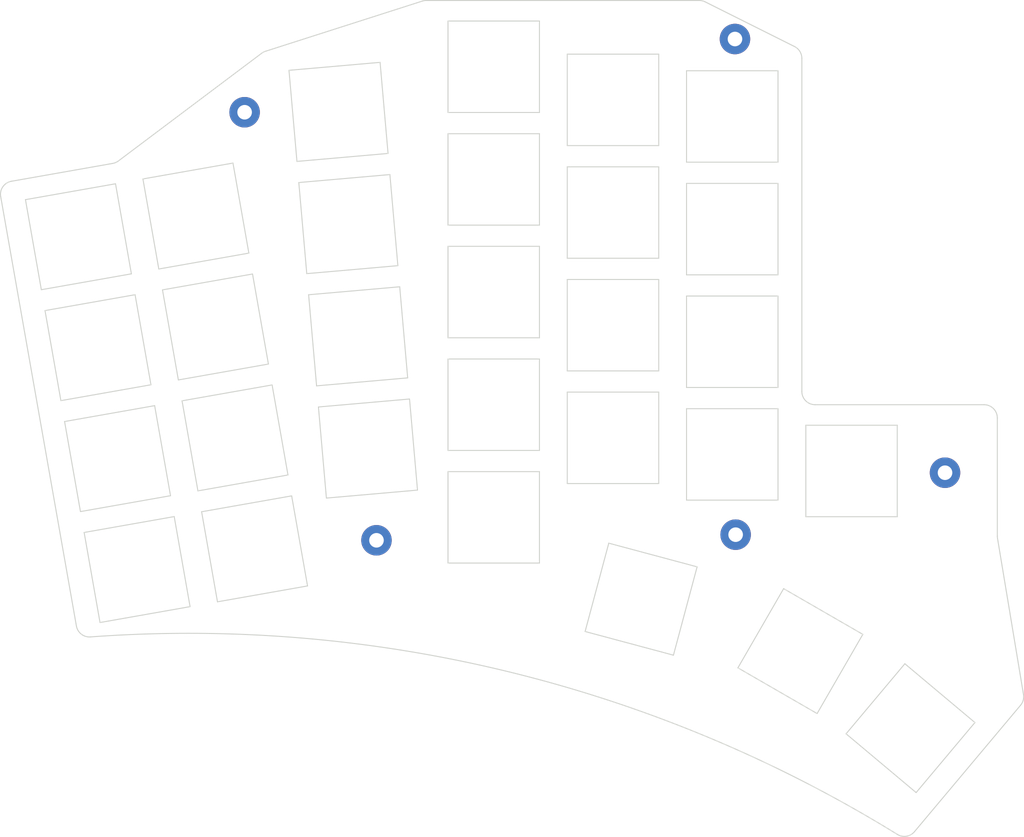
<source format=kicad_pcb>
(kicad_pcb (version 20240108) (generator "ergogen") (generator_version "4.1.0")
  (title_block (title "qapla_plate") (date "2024-08-27") (rev "v1.0.0") (company "Unknown"))
  (layers (0 "F.Cu" signal) (31 "B.Cu" signal) (34 "B.Paste" user) (35 "F.Paste" user) (36 "B.SilkS" user "B.Silkscreen") (37 "F.SilkS" user "F.Silkscreen") (38 "B.Mask" user) (39 "F.Mask" user) (44 "Edge.Cuts" user))
  (net 0 "")
  (footprint "ceoloide:mounting_hole_plated" (layer "F.Cu") (at 137.8 44.599999999999994 0)
    (property "Reference" "H1" hide)
    (pad "" thru_hole circle (at 0 0 0) (size 4.6 4.6) (drill 2.2) (layers "*.Cu" "*.Mask"))
  )
  (footprint "ceoloide:mounting_hole_plated" (layer "F.Cu") (at 157.7 109.2 0)
    (property "Reference" "H2" hide)
    (pad "" thru_hole circle (at 0 0 0) (size 4.6 4.6) (drill 2.2) (layers "*.Cu" "*.Mask"))
  )
  (footprint "ceoloide:mounting_hole_plated" (layer "F.Cu") (at 211.8 33.55 0)
    (property "Reference" "H3" hide)
    (pad "" thru_hole circle (at 0 0 0) (size 4.6 4.6) (drill 2.2) (layers "*.Cu" "*.Mask"))
  )
  (footprint "ceoloide:mounting_hole_plated" (layer "F.Cu") (at 211.9 108.35 0)
    (property "Reference" "H4" hide)
    (pad "" thru_hole circle (at 0 0 0) (size 4.6 4.6) (drill 2.2) (layers "*.Cu" "*.Mask"))
  )
  (footprint "ceoloide:mounting_hole_plated" (layer "F.Cu") (at 243.5 99 0)
    (property "Reference" "H5" hide)
    (pad "" thru_hole circle (at 0 0 0) (size 4.6 4.6) (drill 2.2) (layers "*.Cu" "*.Mask"))
  )
  (gr_line (start 112.41612146766047 122.13354750570238) (end 100.99025906060282 57.33426183375843) (layer Edge.Cuts) (stroke (width 0.15)))
  (gr_line (start 102.61257818071924 55.01734994784417) (end 117.89788248484034 52.32213838072413) (layer Edge.Cuts) (stroke (width 0.15)))
  (gr_line (start 118.75230871386798 51.95122949357528) (end 140.36891154594556 35.702370783414466) (layer Edge.Cuts) (stroke (width 0.15)))
  (gr_line (start 140.96104917761136 35.39623986096209) (end 164.59566408286838 27.832703361681126) (layer Edge.Cuts) (stroke (width 0.15)))
  (gr_line (start 165.2052490631292 27.7375409) (end 206.42089269436943 27.7375409) (layer Edge.Cuts) (stroke (width 0.15)))
  (gr_line (start 207.31531989436945 27.948686499999994) (end 220.7874559 34.68475459262952) (layer Edge.Cuts) (stroke (width 0.15)))
  (gr_line (start 221.8930287 36.47360899262951) (end 221.8930287 86.7375409) (layer Edge.Cuts) (stroke (width 0.15)))
  (gr_line (start 223.8930287 88.7375409) (end 249.3930287 88.7375409) (layer Edge.Cuts) (stroke (width 0.15)))
  (gr_line (start 251.3930287 90.7375409) (end 251.3930287 108.57235164136341) (layer Edge.Cuts) (stroke (width 0.15)))
  (gr_line (start 251.42013130000004 108.90049164136349) (end 255.34141913312294 132.47670792711529) (layer Edge.Cuts) (stroke (width 0.15)))
  (gr_line (start 254.9006105918054 134.09042317635573) (end 238.89097308266068 153.16996618545056) (layer Edge.Cuts) (stroke (width 0.15)))
  (gr_arc (start 236.30812170000002 153.5861248) (mid 177.7724239 129.0719543) (end 114.5317934 123.78091090000001) (layer Edge.Cuts) (stroke (width 0.15)))
  (gr_arc (start 102.6125781636182 55.017349950859426) (mid 101.3215704636182 55.83981265085943) (end 100.9902590636182 57.33426185085943) (layer Edge.Cuts) (stroke (width 0.15)))
  (gr_arc (start 117.89788250194135 52.322138377708754) (mid 118.34698950194135 52.18711867770875) (end 118.75230870194135 51.95122947770875) (layer Edge.Cuts) (stroke (width 0.15)))
  (gr_arc (start 140.9610491578722 35.39623979928097) (mid 140.6521365578722 35.52446199928097) (end 140.3689115578722 35.70237079928097) (layer Edge.Cuts) (stroke (width 0.15)))
  (gr_arc (start 165.2052490631292 27.737540899999992) (mid 164.89676496312921 27.761474699999994) (end 164.5956640631292 27.83270329999999) (layer Edge.Cuts) (stroke (width 0.15)))
  (gr_arc (start 207.31531989436942 27.9486865) (mid 206.88039849436942 27.7910429) (end 206.42089269436943 27.7375409) (layer Edge.Cuts) (stroke (width 0.15)))
  (gr_arc (start 221.8930287 36.47360899262951) (mid 221.5943303 35.422146792629505) (end 220.7874559 34.68475459262951) (layer Edge.Cuts) (stroke (width 0.15)))
  (gr_arc (start 221.8930287 86.7375409) (mid 222.4788151 88.1517545) (end 223.8930287 88.7375409) (layer Edge.Cuts) (stroke (width 0.15)))
  (gr_arc (start 251.3930287 90.7375409) (mid 250.8072423 89.3233273) (end 249.3930287 88.7375409) (layer Edge.Cuts) (stroke (width 0.15)))
  (gr_arc (start 251.3930287 108.57235164136341) (mid 251.3998159 108.7369803413634) (end 251.4201313 108.90049164136342) (layer Edge.Cuts) (stroke (width 0.15)))
  (gr_arc (start 254.90061063312294 134.09042322711537) (mid 255.29783553312294 133.33186652711535) (end 255.34141923312293 132.47670792711537) (layer Edge.Cuts) (stroke (width 0.15)))
  (gr_arc (start 236.3081217 153.5861248) (mid 237.6770285 153.8589249) (end 238.8909731 153.1699663) (layer Edge.Cuts) (stroke (width 0.15)))
  (gr_arc (start 112.4161216 122.13354749999999) (mid 113.1570006 123.36428989999999) (end 114.5317935 123.78091089999998) (layer Edge.Cuts) (stroke (width 0.15)))
  (gr_line (start 115.9789818 121.6079593) (end 129.5693288 119.2116145) (layer Edge.Cuts) (stroke (width 0.15)))
  (gr_line (start 129.5693288 119.2116145) (end 127.172984 105.6212675) (layer Edge.Cuts) (stroke (width 0.15)))
  (gr_line (start 127.172984 105.6212675) (end 113.58263699999999 108.0176123) (layer Edge.Cuts) (stroke (width 0.15)))
  (gr_line (start 113.58263699999999 108.0176123) (end 115.9789818 121.6079593) (layer Edge.Cuts) (stroke (width 0.15)))
  (gr_line (start 113.0269628 104.86622750000001) (end 126.6173098 102.4698827) (layer Edge.Cuts) (stroke (width 0.15)))
  (gr_line (start 126.6173098 102.4698827) (end 124.220965 88.8795357) (layer Edge.Cuts) (stroke (width 0.15)))
  (gr_line (start 124.220965 88.8795357) (end 110.630618 91.2758805) (layer Edge.Cuts) (stroke (width 0.15)))
  (gr_line (start 110.630618 91.2758805) (end 113.0269628 104.86622750000001) (layer Edge.Cuts) (stroke (width 0.15)))
  (gr_line (start 110.0749438 88.12449570000001) (end 123.6652908 85.7281509) (layer Edge.Cuts) (stroke (width 0.15)))
  (gr_line (start 123.6652908 85.7281509) (end 121.268946 72.13780390000001) (layer Edge.Cuts) (stroke (width 0.15)))
  (gr_line (start 121.268946 72.13780390000001) (end 107.67859899999999 74.5341487) (layer Edge.Cuts) (stroke (width 0.15)))
  (gr_line (start 107.67859899999999 74.5341487) (end 110.0749438 88.12449570000001) (layer Edge.Cuts) (stroke (width 0.15)))
  (gr_line (start 107.1229248 71.3827639) (end 120.7132718 68.98641909999999) (layer Edge.Cuts) (stroke (width 0.15)))
  (gr_line (start 120.7132718 68.98641909999999) (end 118.316927 55.3960721) (layer Edge.Cuts) (stroke (width 0.15)))
  (gr_line (start 118.316927 55.3960721) (end 104.72658 57.7924169) (layer Edge.Cuts) (stroke (width 0.15)))
  (gr_line (start 104.72658 57.7924169) (end 107.1229248 71.3827639) (layer Edge.Cuts) (stroke (width 0.15)))
  (gr_line (start 133.7055214 118.48229210000001) (end 147.29586840000002 116.0859473) (layer Edge.Cuts) (stroke (width 0.15)))
  (gr_line (start 147.29586840000002 116.0859473) (end 144.8995236 102.4956003) (layer Edge.Cuts) (stroke (width 0.15)))
  (gr_line (start 144.8995236 102.4956003) (end 131.3091766 104.8919451) (layer Edge.Cuts) (stroke (width 0.15)))
  (gr_line (start 131.3091766 104.8919451) (end 133.7055214 118.48229210000001) (layer Edge.Cuts) (stroke (width 0.15)))
  (gr_line (start 130.7535024 101.74056030000001) (end 144.3438494 99.3442155) (layer Edge.Cuts) (stroke (width 0.15)))
  (gr_line (start 144.3438494 99.3442155) (end 141.9475046 85.75386850000001) (layer Edge.Cuts) (stroke (width 0.15)))
  (gr_line (start 141.9475046 85.75386850000001) (end 128.3571576 88.1502133) (layer Edge.Cuts) (stroke (width 0.15)))
  (gr_line (start 128.3571576 88.1502133) (end 130.7535024 101.74056030000001) (layer Edge.Cuts) (stroke (width 0.15)))
  (gr_line (start 127.8014833 84.9988285) (end 141.39183029999998 82.6024837) (layer Edge.Cuts) (stroke (width 0.15)))
  (gr_line (start 141.39183029999998 82.6024837) (end 138.9954855 69.0121367) (layer Edge.Cuts) (stroke (width 0.15)))
  (gr_line (start 138.9954855 69.0121367) (end 125.40513849999999 71.4084815) (layer Edge.Cuts) (stroke (width 0.15)))
  (gr_line (start 125.40513849999999 71.4084815) (end 127.8014833 84.9988285) (layer Edge.Cuts) (stroke (width 0.15)))
  (gr_line (start 124.8494643 68.2570967) (end 138.43981129999997 65.8607519) (layer Edge.Cuts) (stroke (width 0.15)))
  (gr_line (start 138.43981129999997 65.8607519) (end 136.0434665 52.2704049) (layer Edge.Cuts) (stroke (width 0.15)))
  (gr_line (start 136.0434665 52.2704049) (end 122.45311949999999 54.666749700000004) (layer Edge.Cuts) (stroke (width 0.15)))
  (gr_line (start 122.45311949999999 54.666749700000004) (end 124.8494643 68.2570967) (layer Edge.Cuts) (stroke (width 0.15)))
  (gr_line (start 150.1432865 102.82712590000001) (end 163.89077329999998 101.62437670000001) (layer Edge.Cuts) (stroke (width 0.15)))
  (gr_line (start 163.89077329999998 101.62437670000001) (end 162.6880241 87.87688990000001) (layer Edge.Cuts) (stroke (width 0.15)))
  (gr_line (start 162.6880241 87.87688990000001) (end 148.9405373 89.07963910000001) (layer Edge.Cuts) (stroke (width 0.15)))
  (gr_line (start 148.9405373 89.07963910000001) (end 150.1432865 102.82712590000001) (layer Edge.Cuts) (stroke (width 0.15)))
  (gr_line (start 148.6616388 85.891816) (end 162.40912559999998 84.6890668) (layer Edge.Cuts) (stroke (width 0.15)))
  (gr_line (start 162.40912559999998 84.6890668) (end 161.2063764 70.94158) (layer Edge.Cuts) (stroke (width 0.15)))
  (gr_line (start 161.2063764 70.94158) (end 147.4588896 72.1443292) (layer Edge.Cuts) (stroke (width 0.15)))
  (gr_line (start 147.4588896 72.1443292) (end 148.6616388 85.891816) (layer Edge.Cuts) (stroke (width 0.15)))
  (gr_line (start 147.1799912 68.9565061) (end 160.927478 67.7537569) (layer Edge.Cuts) (stroke (width 0.15)))
  (gr_line (start 160.927478 67.7537569) (end 159.72472879999998 54.006270099999995) (layer Edge.Cuts) (stroke (width 0.15)))
  (gr_line (start 159.72472879999998 54.006270099999995) (end 145.977242 55.209019299999994) (layer Edge.Cuts) (stroke (width 0.15)))
  (gr_line (start 145.977242 55.209019299999994) (end 147.1799912 68.9565061) (layer Edge.Cuts) (stroke (width 0.15)))
  (gr_line (start 145.6983435 52.02119619999999) (end 159.4458303 50.81844699999999) (layer Edge.Cuts) (stroke (width 0.15)))
  (gr_line (start 159.4458303 50.81844699999999) (end 158.24308109999998 37.070960199999995) (layer Edge.Cuts) (stroke (width 0.15)))
  (gr_line (start 158.24308109999998 37.070960199999995) (end 144.4955943 38.273709399999994) (layer Edge.Cuts) (stroke (width 0.15)))
  (gr_line (start 144.4955943 38.273709399999994) (end 145.6983435 52.02119619999999) (layer Edge.Cuts) (stroke (width 0.15)))
  (gr_line (start 168.4930288 112.6375409) (end 182.2930288 112.6375409) (layer Edge.Cuts) (stroke (width 0.15)))
  (gr_line (start 182.2930288 112.6375409) (end 182.2930288 98.83754090000001) (layer Edge.Cuts) (stroke (width 0.15)))
  (gr_line (start 182.2930288 98.83754090000001) (end 168.4930288 98.83754090000001) (layer Edge.Cuts) (stroke (width 0.15)))
  (gr_line (start 168.4930288 98.83754090000001) (end 168.4930288 112.6375409) (layer Edge.Cuts) (stroke (width 0.15)))
  (gr_line (start 168.4930288 95.6375409) (end 182.2930288 95.6375409) (layer Edge.Cuts) (stroke (width 0.15)))
  (gr_line (start 182.2930288 95.6375409) (end 182.2930288 81.83754090000001) (layer Edge.Cuts) (stroke (width 0.15)))
  (gr_line (start 182.2930288 81.83754090000001) (end 168.4930288 81.83754090000001) (layer Edge.Cuts) (stroke (width 0.15)))
  (gr_line (start 168.4930288 81.83754090000001) (end 168.4930288 95.6375409) (layer Edge.Cuts) (stroke (width 0.15)))
  (gr_line (start 168.4930288 78.6375409) (end 182.2930288 78.6375409) (layer Edge.Cuts) (stroke (width 0.15)))
  (gr_line (start 182.2930288 78.6375409) (end 182.2930288 64.83754090000001) (layer Edge.Cuts) (stroke (width 0.15)))
  (gr_line (start 182.2930288 64.83754090000001) (end 168.4930288 64.83754090000001) (layer Edge.Cuts) (stroke (width 0.15)))
  (gr_line (start 168.4930288 64.83754090000001) (end 168.4930288 78.6375409) (layer Edge.Cuts) (stroke (width 0.15)))
  (gr_line (start 168.4930287 61.6375409) (end 182.2930287 61.6375409) (layer Edge.Cuts) (stroke (width 0.15)))
  (gr_line (start 182.2930287 61.6375409) (end 182.2930287 47.83754089999999) (layer Edge.Cuts) (stroke (width 0.15)))
  (gr_line (start 182.2930287 47.83754089999999) (end 168.4930287 47.83754089999999) (layer Edge.Cuts) (stroke (width 0.15)))
  (gr_line (start 168.4930287 47.83754089999999) (end 168.4930287 61.6375409) (layer Edge.Cuts) (stroke (width 0.15)))
  (gr_line (start 168.4930287 44.6375409) (end 182.2930287 44.6375409) (layer Edge.Cuts) (stroke (width 0.15)))
  (gr_line (start 182.2930287 44.6375409) (end 182.2930287 30.837540899999997) (layer Edge.Cuts) (stroke (width 0.15)))
  (gr_line (start 182.2930287 30.837540899999997) (end 168.4930287 30.837540899999997) (layer Edge.Cuts) (stroke (width 0.15)))
  (gr_line (start 168.4930287 30.837540899999997) (end 168.4930287 44.6375409) (layer Edge.Cuts) (stroke (width 0.15)))
  (gr_line (start 186.4930287 100.6375409) (end 200.2930287 100.6375409) (layer Edge.Cuts) (stroke (width 0.15)))
  (gr_line (start 200.2930287 100.6375409) (end 200.2930287 86.83754090000001) (layer Edge.Cuts) (stroke (width 0.15)))
  (gr_line (start 200.2930287 86.83754090000001) (end 186.4930287 86.83754090000001) (layer Edge.Cuts) (stroke (width 0.15)))
  (gr_line (start 186.4930287 86.83754090000001) (end 186.4930287 100.6375409) (layer Edge.Cuts) (stroke (width 0.15)))
  (gr_line (start 186.4930287 83.6375409) (end 200.2930287 83.6375409) (layer Edge.Cuts) (stroke (width 0.15)))
  (gr_line (start 200.2930287 83.6375409) (end 200.2930287 69.83754090000001) (layer Edge.Cuts) (stroke (width 0.15)))
  (gr_line (start 200.2930287 69.83754090000001) (end 186.4930287 69.83754090000001) (layer Edge.Cuts) (stroke (width 0.15)))
  (gr_line (start 186.4930287 69.83754090000001) (end 186.4930287 83.6375409) (layer Edge.Cuts) (stroke (width 0.15)))
  (gr_line (start 186.4930287 66.6375409) (end 200.2930287 66.6375409) (layer Edge.Cuts) (stroke (width 0.15)))
  (gr_line (start 200.2930287 66.6375409) (end 200.2930287 52.83754090000001) (layer Edge.Cuts) (stroke (width 0.15)))
  (gr_line (start 200.2930287 52.83754090000001) (end 186.4930287 52.83754090000001) (layer Edge.Cuts) (stroke (width 0.15)))
  (gr_line (start 186.4930287 52.83754090000001) (end 186.4930287 66.6375409) (layer Edge.Cuts) (stroke (width 0.15)))
  (gr_line (start 186.4930286 49.6375409) (end 200.2930286 49.6375409) (layer Edge.Cuts) (stroke (width 0.15)))
  (gr_line (start 200.2930286 49.6375409) (end 200.2930286 35.83754089999999) (layer Edge.Cuts) (stroke (width 0.15)))
  (gr_line (start 200.2930286 35.83754089999999) (end 186.4930286 35.83754089999999) (layer Edge.Cuts) (stroke (width 0.15)))
  (gr_line (start 186.4930286 35.83754089999999) (end 186.4930286 49.6375409) (layer Edge.Cuts) (stroke (width 0.15)))
  (gr_line (start 204.4930287 103.137541) (end 218.2930287 103.137541) (layer Edge.Cuts) (stroke (width 0.15)))
  (gr_line (start 218.2930287 103.137541) (end 218.2930287 89.337541) (layer Edge.Cuts) (stroke (width 0.15)))
  (gr_line (start 218.2930287 89.337541) (end 204.4930287 89.337541) (layer Edge.Cuts) (stroke (width 0.15)))
  (gr_line (start 204.4930287 89.337541) (end 204.4930287 103.137541) (layer Edge.Cuts) (stroke (width 0.15)))
  (gr_line (start 204.4930287 86.137541) (end 218.2930287 86.137541) (layer Edge.Cuts) (stroke (width 0.15)))
  (gr_line (start 218.2930287 86.137541) (end 218.2930287 72.337541) (layer Edge.Cuts) (stroke (width 0.15)))
  (gr_line (start 218.2930287 72.337541) (end 204.4930287 72.337541) (layer Edge.Cuts) (stroke (width 0.15)))
  (gr_line (start 204.4930287 72.337541) (end 204.4930287 86.137541) (layer Edge.Cuts) (stroke (width 0.15)))
  (gr_line (start 204.4930287 69.137541) (end 218.2930287 69.137541) (layer Edge.Cuts) (stroke (width 0.15)))
  (gr_line (start 218.2930287 69.137541) (end 218.2930287 55.337541) (layer Edge.Cuts) (stroke (width 0.15)))
  (gr_line (start 218.2930287 55.337541) (end 204.4930287 55.337541) (layer Edge.Cuts) (stroke (width 0.15)))
  (gr_line (start 204.4930287 55.337541) (end 204.4930287 69.137541) (layer Edge.Cuts) (stroke (width 0.15)))
  (gr_line (start 204.4930287 52.137541) (end 218.2930287 52.137541) (layer Edge.Cuts) (stroke (width 0.15)))
  (gr_line (start 218.2930287 52.137541) (end 218.2930287 38.337541) (layer Edge.Cuts) (stroke (width 0.15)))
  (gr_line (start 218.2930287 38.337541) (end 204.4930287 38.337541) (layer Edge.Cuts) (stroke (width 0.15)))
  (gr_line (start 204.4930287 38.337541) (end 204.4930287 52.137541) (layer Edge.Cuts) (stroke (width 0.15)))
  (gr_line (start 222.4930287 105.6375409) (end 236.2930287 105.6375409) (layer Edge.Cuts) (stroke (width 0.15)))
  (gr_line (start 236.2930287 105.6375409) (end 236.2930287 91.83754090000001) (layer Edge.Cuts) (stroke (width 0.15)))
  (gr_line (start 236.2930287 91.83754090000001) (end 222.4930287 91.83754090000001) (layer Edge.Cuts) (stroke (width 0.15)))
  (gr_line (start 222.4930287 91.83754090000001) (end 222.4930287 105.6375409) (layer Edge.Cuts) (stroke (width 0.15)))
  (gr_line (start 189.18492980000002 122.9650469) (end 202.5147062 126.5367497) (layer Edge.Cuts) (stroke (width 0.15)))
  (gr_line (start 202.5147062 126.5367497) (end 206.086409 113.2069733) (layer Edge.Cuts) (stroke (width 0.15)))
  (gr_line (start 206.086409 113.2069733) (end 192.75663260000002 109.6352705) (layer Edge.Cuts) (stroke (width 0.15)))
  (gr_line (start 192.75663260000002 109.6352705) (end 189.18492980000002 122.9650469) (layer Edge.Cuts) (stroke (width 0.15)))
  (gr_line (start 224.19475369999998 135.3473828) (end 231.09475369999998 123.3962322) (layer Edge.Cuts) (stroke (width 0.15)))
  (gr_line (start 231.09475369999998 123.3962322) (end 219.14360309999998 116.49623220000001) (layer Edge.Cuts) (stroke (width 0.15)))
  (gr_line (start 219.14360309999998 116.49623220000001) (end 212.24360309999997 128.4473828) (layer Edge.Cuts) (stroke (width 0.15)))
  (gr_line (start 212.24360309999997 128.4473828) (end 224.19475369999998 135.3473828) (layer Edge.Cuts) (stroke (width 0.15)))
  (gr_line (start 239.1397787 147.2728455) (end 248.0102477 136.7014321) (layer Edge.Cuts) (stroke (width 0.15)))
  (gr_line (start 248.0102477 136.7014321) (end 237.4388343 127.83096309999999) (layer Edge.Cuts) (stroke (width 0.15)))
  (gr_line (start 237.4388343 127.83096309999999) (end 228.5683653 138.4023765) (layer Edge.Cuts) (stroke (width 0.15)))
  (gr_line (start 228.5683653 138.4023765) (end 239.1397787 147.2728455) (layer Edge.Cuts) (stroke (width 0.15)))
)
</source>
